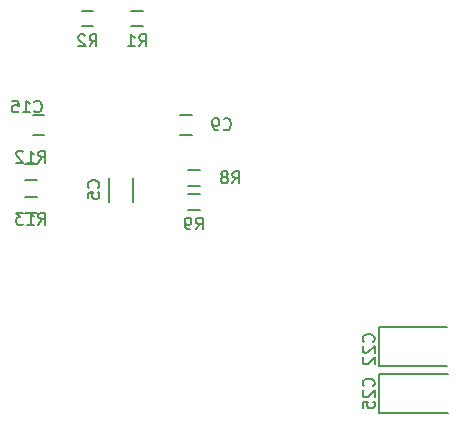
<source format=gbr>
G04 #@! TF.FileFunction,Legend,Bot*
%FSLAX46Y46*%
G04 Gerber Fmt 4.6, Leading zero omitted, Abs format (unit mm)*
G04 Created by KiCad (PCBNEW 4.0.5+dfsg1-4) date Mon Feb 19 23:39:44 2018*
%MOMM*%
%LPD*%
G01*
G04 APERTURE LIST*
%ADD10C,0.100000*%
%ADD11C,0.150000*%
G04 APERTURE END LIST*
D10*
D11*
X152975000Y-122250000D02*
X152975000Y-120250000D01*
X155025000Y-120250000D02*
X155025000Y-122250000D01*
X160000000Y-116600000D02*
X159000000Y-116600000D01*
X159000000Y-114900000D02*
X160000000Y-114900000D01*
X146500000Y-114900000D02*
X147500000Y-114900000D01*
X147500000Y-116600000D02*
X146500000Y-116600000D01*
X175800000Y-136150000D02*
X181600000Y-136150000D01*
X175800000Y-132850000D02*
X181600000Y-132850000D01*
X175800000Y-136150000D02*
X175800000Y-132850000D01*
X175850000Y-140150000D02*
X181650000Y-140150000D01*
X175850000Y-136850000D02*
X181650000Y-136850000D01*
X175850000Y-140150000D02*
X175850000Y-136850000D01*
X155850000Y-106075000D02*
X154850000Y-106075000D01*
X154850000Y-107425000D02*
X155850000Y-107425000D01*
X151650000Y-106075000D02*
X150650000Y-106075000D01*
X150650000Y-107425000D02*
X151650000Y-107425000D01*
X159650000Y-120925000D02*
X160650000Y-120925000D01*
X160650000Y-119575000D02*
X159650000Y-119575000D01*
X160650000Y-121575000D02*
X159650000Y-121575000D01*
X159650000Y-122925000D02*
X160650000Y-122925000D01*
X146850000Y-119075000D02*
X145850000Y-119075000D01*
X145850000Y-120425000D02*
X146850000Y-120425000D01*
X145850000Y-123175000D02*
X146850000Y-123175000D01*
X146850000Y-121825000D02*
X145850000Y-121825000D01*
X152057143Y-121083334D02*
X152104762Y-121035715D01*
X152152381Y-120892858D01*
X152152381Y-120797620D01*
X152104762Y-120654762D01*
X152009524Y-120559524D01*
X151914286Y-120511905D01*
X151723810Y-120464286D01*
X151580952Y-120464286D01*
X151390476Y-120511905D01*
X151295238Y-120559524D01*
X151200000Y-120654762D01*
X151152381Y-120797620D01*
X151152381Y-120892858D01*
X151200000Y-121035715D01*
X151247619Y-121083334D01*
X151152381Y-121988096D02*
X151152381Y-121511905D01*
X151628571Y-121464286D01*
X151580952Y-121511905D01*
X151533333Y-121607143D01*
X151533333Y-121845239D01*
X151580952Y-121940477D01*
X151628571Y-121988096D01*
X151723810Y-122035715D01*
X151961905Y-122035715D01*
X152057143Y-121988096D01*
X152104762Y-121940477D01*
X152152381Y-121845239D01*
X152152381Y-121607143D01*
X152104762Y-121511905D01*
X152057143Y-121464286D01*
X162666666Y-116107143D02*
X162714285Y-116154762D01*
X162857142Y-116202381D01*
X162952380Y-116202381D01*
X163095238Y-116154762D01*
X163190476Y-116059524D01*
X163238095Y-115964286D01*
X163285714Y-115773810D01*
X163285714Y-115630952D01*
X163238095Y-115440476D01*
X163190476Y-115345238D01*
X163095238Y-115250000D01*
X162952380Y-115202381D01*
X162857142Y-115202381D01*
X162714285Y-115250000D01*
X162666666Y-115297619D01*
X162190476Y-116202381D02*
X162000000Y-116202381D01*
X161904761Y-116154762D01*
X161857142Y-116107143D01*
X161761904Y-115964286D01*
X161714285Y-115773810D01*
X161714285Y-115392857D01*
X161761904Y-115297619D01*
X161809523Y-115250000D01*
X161904761Y-115202381D01*
X162095238Y-115202381D01*
X162190476Y-115250000D01*
X162238095Y-115297619D01*
X162285714Y-115392857D01*
X162285714Y-115630952D01*
X162238095Y-115726190D01*
X162190476Y-115773810D01*
X162095238Y-115821429D01*
X161904761Y-115821429D01*
X161809523Y-115773810D01*
X161761904Y-115726190D01*
X161714285Y-115630952D01*
X146642857Y-114607143D02*
X146690476Y-114654762D01*
X146833333Y-114702381D01*
X146928571Y-114702381D01*
X147071429Y-114654762D01*
X147166667Y-114559524D01*
X147214286Y-114464286D01*
X147261905Y-114273810D01*
X147261905Y-114130952D01*
X147214286Y-113940476D01*
X147166667Y-113845238D01*
X147071429Y-113750000D01*
X146928571Y-113702381D01*
X146833333Y-113702381D01*
X146690476Y-113750000D01*
X146642857Y-113797619D01*
X145690476Y-114702381D02*
X146261905Y-114702381D01*
X145976191Y-114702381D02*
X145976191Y-113702381D01*
X146071429Y-113845238D01*
X146166667Y-113940476D01*
X146261905Y-113988095D01*
X144785714Y-113702381D02*
X145261905Y-113702381D01*
X145309524Y-114178571D01*
X145261905Y-114130952D01*
X145166667Y-114083333D01*
X144928571Y-114083333D01*
X144833333Y-114130952D01*
X144785714Y-114178571D01*
X144738095Y-114273810D01*
X144738095Y-114511905D01*
X144785714Y-114607143D01*
X144833333Y-114654762D01*
X144928571Y-114702381D01*
X145166667Y-114702381D01*
X145261905Y-114654762D01*
X145309524Y-114607143D01*
X175357143Y-134107143D02*
X175404762Y-134059524D01*
X175452381Y-133916667D01*
X175452381Y-133821429D01*
X175404762Y-133678571D01*
X175309524Y-133583333D01*
X175214286Y-133535714D01*
X175023810Y-133488095D01*
X174880952Y-133488095D01*
X174690476Y-133535714D01*
X174595238Y-133583333D01*
X174500000Y-133678571D01*
X174452381Y-133821429D01*
X174452381Y-133916667D01*
X174500000Y-134059524D01*
X174547619Y-134107143D01*
X174547619Y-134488095D02*
X174500000Y-134535714D01*
X174452381Y-134630952D01*
X174452381Y-134869048D01*
X174500000Y-134964286D01*
X174547619Y-135011905D01*
X174642857Y-135059524D01*
X174738095Y-135059524D01*
X174880952Y-135011905D01*
X175452381Y-134440476D01*
X175452381Y-135059524D01*
X174547619Y-135440476D02*
X174500000Y-135488095D01*
X174452381Y-135583333D01*
X174452381Y-135821429D01*
X174500000Y-135916667D01*
X174547619Y-135964286D01*
X174642857Y-136011905D01*
X174738095Y-136011905D01*
X174880952Y-135964286D01*
X175452381Y-135392857D01*
X175452381Y-136011905D01*
X175357143Y-137857143D02*
X175404762Y-137809524D01*
X175452381Y-137666667D01*
X175452381Y-137571429D01*
X175404762Y-137428571D01*
X175309524Y-137333333D01*
X175214286Y-137285714D01*
X175023810Y-137238095D01*
X174880952Y-137238095D01*
X174690476Y-137285714D01*
X174595238Y-137333333D01*
X174500000Y-137428571D01*
X174452381Y-137571429D01*
X174452381Y-137666667D01*
X174500000Y-137809524D01*
X174547619Y-137857143D01*
X174547619Y-138238095D02*
X174500000Y-138285714D01*
X174452381Y-138380952D01*
X174452381Y-138619048D01*
X174500000Y-138714286D01*
X174547619Y-138761905D01*
X174642857Y-138809524D01*
X174738095Y-138809524D01*
X174880952Y-138761905D01*
X175452381Y-138190476D01*
X175452381Y-138809524D01*
X174452381Y-139714286D02*
X174452381Y-139238095D01*
X174928571Y-139190476D01*
X174880952Y-139238095D01*
X174833333Y-139333333D01*
X174833333Y-139571429D01*
X174880952Y-139666667D01*
X174928571Y-139714286D01*
X175023810Y-139761905D01*
X175261905Y-139761905D01*
X175357143Y-139714286D01*
X175404762Y-139666667D01*
X175452381Y-139571429D01*
X175452381Y-139333333D01*
X175404762Y-139238095D01*
X175357143Y-139190476D01*
X155516666Y-109102381D02*
X155850000Y-108626190D01*
X156088095Y-109102381D02*
X156088095Y-108102381D01*
X155707142Y-108102381D01*
X155611904Y-108150000D01*
X155564285Y-108197619D01*
X155516666Y-108292857D01*
X155516666Y-108435714D01*
X155564285Y-108530952D01*
X155611904Y-108578571D01*
X155707142Y-108626190D01*
X156088095Y-108626190D01*
X154564285Y-109102381D02*
X155135714Y-109102381D01*
X154850000Y-109102381D02*
X154850000Y-108102381D01*
X154945238Y-108245238D01*
X155040476Y-108340476D01*
X155135714Y-108388095D01*
X151316666Y-109102381D02*
X151650000Y-108626190D01*
X151888095Y-109102381D02*
X151888095Y-108102381D01*
X151507142Y-108102381D01*
X151411904Y-108150000D01*
X151364285Y-108197619D01*
X151316666Y-108292857D01*
X151316666Y-108435714D01*
X151364285Y-108530952D01*
X151411904Y-108578571D01*
X151507142Y-108626190D01*
X151888095Y-108626190D01*
X150935714Y-108197619D02*
X150888095Y-108150000D01*
X150792857Y-108102381D01*
X150554761Y-108102381D01*
X150459523Y-108150000D01*
X150411904Y-108197619D01*
X150364285Y-108292857D01*
X150364285Y-108388095D01*
X150411904Y-108530952D01*
X150983333Y-109102381D01*
X150364285Y-109102381D01*
X163416666Y-120702381D02*
X163750000Y-120226190D01*
X163988095Y-120702381D02*
X163988095Y-119702381D01*
X163607142Y-119702381D01*
X163511904Y-119750000D01*
X163464285Y-119797619D01*
X163416666Y-119892857D01*
X163416666Y-120035714D01*
X163464285Y-120130952D01*
X163511904Y-120178571D01*
X163607142Y-120226190D01*
X163988095Y-120226190D01*
X162845238Y-120130952D02*
X162940476Y-120083333D01*
X162988095Y-120035714D01*
X163035714Y-119940476D01*
X163035714Y-119892857D01*
X162988095Y-119797619D01*
X162940476Y-119750000D01*
X162845238Y-119702381D01*
X162654761Y-119702381D01*
X162559523Y-119750000D01*
X162511904Y-119797619D01*
X162464285Y-119892857D01*
X162464285Y-119940476D01*
X162511904Y-120035714D01*
X162559523Y-120083333D01*
X162654761Y-120130952D01*
X162845238Y-120130952D01*
X162940476Y-120178571D01*
X162988095Y-120226190D01*
X163035714Y-120321429D01*
X163035714Y-120511905D01*
X162988095Y-120607143D01*
X162940476Y-120654762D01*
X162845238Y-120702381D01*
X162654761Y-120702381D01*
X162559523Y-120654762D01*
X162511904Y-120607143D01*
X162464285Y-120511905D01*
X162464285Y-120321429D01*
X162511904Y-120226190D01*
X162559523Y-120178571D01*
X162654761Y-120130952D01*
X160316666Y-124602381D02*
X160650000Y-124126190D01*
X160888095Y-124602381D02*
X160888095Y-123602381D01*
X160507142Y-123602381D01*
X160411904Y-123650000D01*
X160364285Y-123697619D01*
X160316666Y-123792857D01*
X160316666Y-123935714D01*
X160364285Y-124030952D01*
X160411904Y-124078571D01*
X160507142Y-124126190D01*
X160888095Y-124126190D01*
X159840476Y-124602381D02*
X159650000Y-124602381D01*
X159554761Y-124554762D01*
X159507142Y-124507143D01*
X159411904Y-124364286D01*
X159364285Y-124173810D01*
X159364285Y-123792857D01*
X159411904Y-123697619D01*
X159459523Y-123650000D01*
X159554761Y-123602381D01*
X159745238Y-123602381D01*
X159840476Y-123650000D01*
X159888095Y-123697619D01*
X159935714Y-123792857D01*
X159935714Y-124030952D01*
X159888095Y-124126190D01*
X159840476Y-124173810D01*
X159745238Y-124221429D01*
X159554761Y-124221429D01*
X159459523Y-124173810D01*
X159411904Y-124126190D01*
X159364285Y-124030952D01*
X146992857Y-118952381D02*
X147326191Y-118476190D01*
X147564286Y-118952381D02*
X147564286Y-117952381D01*
X147183333Y-117952381D01*
X147088095Y-118000000D01*
X147040476Y-118047619D01*
X146992857Y-118142857D01*
X146992857Y-118285714D01*
X147040476Y-118380952D01*
X147088095Y-118428571D01*
X147183333Y-118476190D01*
X147564286Y-118476190D01*
X146040476Y-118952381D02*
X146611905Y-118952381D01*
X146326191Y-118952381D02*
X146326191Y-117952381D01*
X146421429Y-118095238D01*
X146516667Y-118190476D01*
X146611905Y-118238095D01*
X145659524Y-118047619D02*
X145611905Y-118000000D01*
X145516667Y-117952381D01*
X145278571Y-117952381D01*
X145183333Y-118000000D01*
X145135714Y-118047619D01*
X145088095Y-118142857D01*
X145088095Y-118238095D01*
X145135714Y-118380952D01*
X145707143Y-118952381D01*
X145088095Y-118952381D01*
X146992857Y-124202381D02*
X147326191Y-123726190D01*
X147564286Y-124202381D02*
X147564286Y-123202381D01*
X147183333Y-123202381D01*
X147088095Y-123250000D01*
X147040476Y-123297619D01*
X146992857Y-123392857D01*
X146992857Y-123535714D01*
X147040476Y-123630952D01*
X147088095Y-123678571D01*
X147183333Y-123726190D01*
X147564286Y-123726190D01*
X146040476Y-124202381D02*
X146611905Y-124202381D01*
X146326191Y-124202381D02*
X146326191Y-123202381D01*
X146421429Y-123345238D01*
X146516667Y-123440476D01*
X146611905Y-123488095D01*
X145707143Y-123202381D02*
X145088095Y-123202381D01*
X145421429Y-123583333D01*
X145278571Y-123583333D01*
X145183333Y-123630952D01*
X145135714Y-123678571D01*
X145088095Y-123773810D01*
X145088095Y-124011905D01*
X145135714Y-124107143D01*
X145183333Y-124154762D01*
X145278571Y-124202381D01*
X145564286Y-124202381D01*
X145659524Y-124154762D01*
X145707143Y-124107143D01*
M02*

</source>
